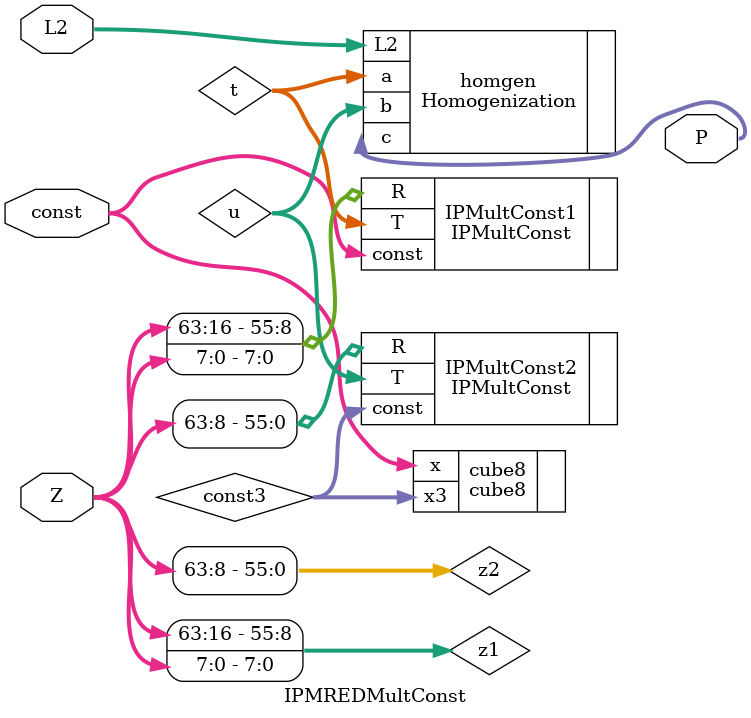
<source format=v>
module IPMREDMultConst #(parameter v = 8) (
	input [v*8 - 1 : 0] Z,
	input [7 : 0] const,
	input [v*8-1:0] L2,
	output [v*8 - 1 : 0] P
);

	wire [(v-1)*8 - 1 : 0] z1 = {Z[v*8 - 1:16],Z[7:0]};
	wire [(v-1)*8 - 1 : 0] z2 = {Z[v*8 - 1:8]};
	wire [(v-1)*8 - 1 : 0] t;
	wire [(v-1)*8 - 1 : 0] u;

	IPMultConst #(.v(v-1)) IPMultConst1 (
		.R(z1), // input [v*4 - 1 : 0] R,
		.const(const), // input [v*4 - 1 : 0] Q,
		.T(t) // output [v*4 - 1 : 0] T
	);

    wire [7:0] const3;
    cube8 cube8(
        .x(const),
        .x3(const3)
    );

	IPMultConst #(.v(v-1)) IPMultConst2 (
        .R(z2), // input [v*4 - 1 : 0] R,
        .const(const3), // input [v*4 - 1 : 0] Q,
        .T(u) // output [v*4 - 1 : 0] T
    );

	Homogenization #(.v(v)) homgen (
		.L2(L2), // input [v*4-1:0] L2,
		.a(t), // input [v*4 - 1: 0] a, // a = t
		.b(u), // input [v*4 - 1: 0] b, // b = u
		.c(P) // output [v*4 - 1: 0] c
	);

endmodule

</source>
